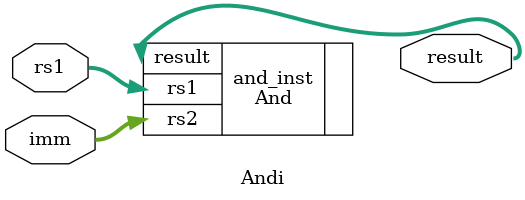
<source format=v>
module Andi (
    input  wire [31:0] rs1,
    input  wire [31:0] imm,
    output wire [31:0] result
);

    And and_inst (
        .rs1(rs1),
        .rs2(imm),
        .result(result)
    );

endmodule

</source>
